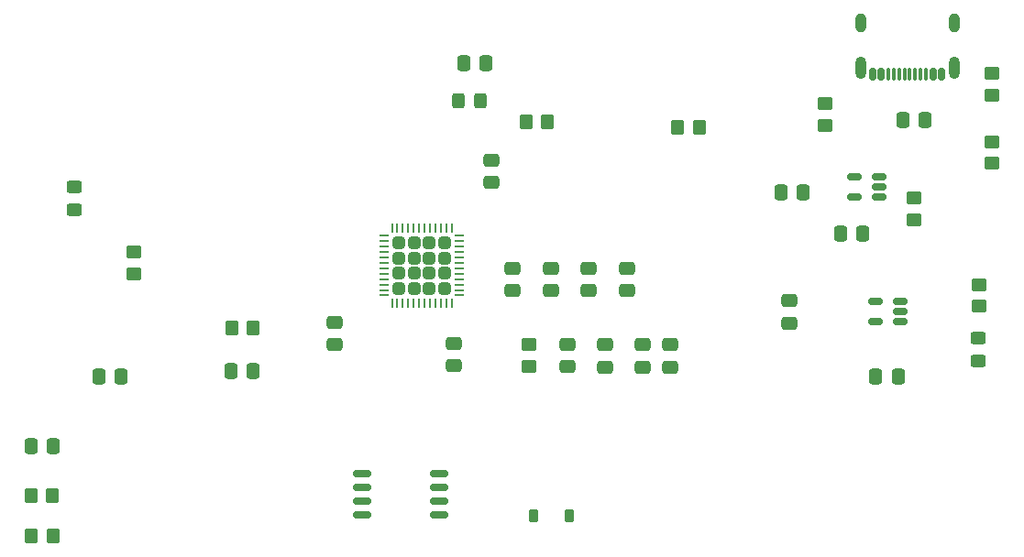
<source format=gbr>
%TF.GenerationSoftware,KiCad,Pcbnew,9.0.7-9.0.7~ubuntu24.04.1*%
%TF.CreationDate,2026-01-20T21:07:02+05:30*%
%TF.ProjectId,fpga_dev_board,66706761-5f64-4657-965f-626f6172642e,rev?*%
%TF.SameCoordinates,Original*%
%TF.FileFunction,Paste,Top*%
%TF.FilePolarity,Positive*%
%FSLAX46Y46*%
G04 Gerber Fmt 4.6, Leading zero omitted, Abs format (unit mm)*
G04 Created by KiCad (PCBNEW 9.0.7-9.0.7~ubuntu24.04.1) date 2026-01-20 21:07:02*
%MOMM*%
%LPD*%
G01*
G04 APERTURE LIST*
G04 Aperture macros list*
%AMRoundRect*
0 Rectangle with rounded corners*
0 $1 Rounding radius*
0 $2 $3 $4 $5 $6 $7 $8 $9 X,Y pos of 4 corners*
0 Add a 4 corners polygon primitive as box body*
4,1,4,$2,$3,$4,$5,$6,$7,$8,$9,$2,$3,0*
0 Add four circle primitives for the rounded corners*
1,1,$1+$1,$2,$3*
1,1,$1+$1,$4,$5*
1,1,$1+$1,$6,$7*
1,1,$1+$1,$8,$9*
0 Add four rect primitives between the rounded corners*
20,1,$1+$1,$2,$3,$4,$5,0*
20,1,$1+$1,$4,$5,$6,$7,0*
20,1,$1+$1,$6,$7,$8,$9,0*
20,1,$1+$1,$8,$9,$2,$3,0*%
G04 Aperture macros list end*
%ADD10RoundRect,0.250000X-0.350000X-0.450000X0.350000X-0.450000X0.350000X0.450000X-0.350000X0.450000X0*%
%ADD11RoundRect,0.250000X0.450000X-0.350000X0.450000X0.350000X-0.450000X0.350000X-0.450000X-0.350000X0*%
%ADD12RoundRect,0.250000X-0.450000X0.350000X-0.450000X-0.350000X0.450000X-0.350000X0.450000X0.350000X0*%
%ADD13RoundRect,0.250000X0.475000X-0.337500X0.475000X0.337500X-0.475000X0.337500X-0.475000X-0.337500X0*%
%ADD14RoundRect,0.250000X0.337500X0.475000X-0.337500X0.475000X-0.337500X-0.475000X0.337500X-0.475000X0*%
%ADD15RoundRect,0.250000X-0.337500X-0.475000X0.337500X-0.475000X0.337500X0.475000X-0.337500X0.475000X0*%
%ADD16RoundRect,0.250000X-0.475000X0.337500X-0.475000X-0.337500X0.475000X-0.337500X0.475000X0.337500X0*%
%ADD17RoundRect,0.250000X0.450000X-0.325000X0.450000X0.325000X-0.450000X0.325000X-0.450000X-0.325000X0*%
%ADD18RoundRect,0.162500X0.650000X0.162500X-0.650000X0.162500X-0.650000X-0.162500X0.650000X-0.162500X0*%
%ADD19RoundRect,0.250000X-0.325000X-0.450000X0.325000X-0.450000X0.325000X0.450000X-0.325000X0.450000X0*%
%ADD20RoundRect,0.225000X-0.225000X-0.375000X0.225000X-0.375000X0.225000X0.375000X-0.225000X0.375000X0*%
%ADD21RoundRect,0.150000X0.512500X0.150000X-0.512500X0.150000X-0.512500X-0.150000X0.512500X-0.150000X0*%
%ADD22RoundRect,0.250000X-0.450000X0.325000X-0.450000X-0.325000X0.450000X-0.325000X0.450000X0.325000X0*%
%ADD23RoundRect,0.150000X0.150000X0.425000X-0.150000X0.425000X-0.150000X-0.425000X0.150000X-0.425000X0*%
%ADD24RoundRect,0.075000X0.075000X0.500000X-0.075000X0.500000X-0.075000X-0.500000X0.075000X-0.500000X0*%
%ADD25O,1.000000X2.100000*%
%ADD26O,1.000000X1.800000*%
%ADD27RoundRect,0.250000X-0.315000X-0.315000X0.315000X-0.315000X0.315000X0.315000X-0.315000X0.315000X0*%
%ADD28RoundRect,0.062500X-0.375000X-0.062500X0.375000X-0.062500X0.375000X0.062500X-0.375000X0.062500X0*%
%ADD29RoundRect,0.062500X-0.062500X-0.375000X0.062500X-0.375000X0.062500X0.375000X-0.062500X0.375000X0*%
G04 APERTURE END LIST*
D10*
%TO.C,R9*%
X142500000Y-120500000D03*
X144500000Y-120500000D03*
%TD*%
%TO.C,R6*%
X124000000Y-139750000D03*
X126000000Y-139750000D03*
%TD*%
D11*
%TO.C,R5*%
X212751000Y-105287500D03*
X212751000Y-103287500D03*
%TD*%
%TO.C,R4*%
X212751000Y-99000000D03*
X212751000Y-97000000D03*
%TD*%
D10*
%TO.C,R3*%
X123962500Y-136000000D03*
X125962500Y-136000000D03*
%TD*%
D12*
%TO.C,R2*%
X197301000Y-99800000D03*
X197301000Y-101800000D03*
%TD*%
D13*
%TO.C,P2_C5*%
X194000000Y-120075000D03*
X194000000Y-118000000D03*
%TD*%
D14*
%TO.C,P2_C4*%
X204063500Y-125000000D03*
X201988500Y-125000000D03*
%TD*%
D12*
%TO.C,P1_R7*%
X205501000Y-108500000D03*
X205501000Y-110500000D03*
%TD*%
D14*
%TO.C,P1_C3*%
X195288500Y-108000000D03*
X193213500Y-108000000D03*
%TD*%
%TO.C,P1_C2*%
X206563500Y-101250000D03*
X204488500Y-101250000D03*
%TD*%
%TO.C,P1_C1*%
X200788500Y-111750000D03*
X198713500Y-111750000D03*
%TD*%
D12*
%TO.C,L_R13*%
X133500000Y-113500000D03*
X133500000Y-115500000D03*
%TD*%
D11*
%TO.C,L_R1*%
X211501000Y-118500000D03*
X211501000Y-116500000D03*
%TD*%
D15*
%TO.C,C11*%
X130212500Y-125000000D03*
X132287500Y-125000000D03*
%TD*%
D16*
%TO.C,C8*%
X163000000Y-121925000D03*
X163000000Y-124000000D03*
%TD*%
D15*
%TO.C,C7*%
X123962500Y-131400000D03*
X126037500Y-131400000D03*
%TD*%
D10*
%TO.C,B_R10*%
X169675000Y-101500000D03*
X171675000Y-101500000D03*
%TD*%
%TO.C,B_R6*%
X183675000Y-102000000D03*
X185675000Y-102000000D03*
%TD*%
D14*
%TO.C,B_C21*%
X144500000Y-124500000D03*
X142425000Y-124500000D03*
%TD*%
D15*
%TO.C,B_C20*%
X163937500Y-96000000D03*
X166012500Y-96000000D03*
%TD*%
D11*
%TO.C,@P_R14*%
X169962500Y-124075000D03*
X169962500Y-122075000D03*
%TD*%
D13*
%TO.C,@P_C19*%
X173500000Y-124075000D03*
X173500000Y-122000000D03*
%TD*%
D16*
%TO.C,@P_C18*%
X168470000Y-115000000D03*
X168470000Y-117075000D03*
%TD*%
%TO.C,@P_C17*%
X171980000Y-115000000D03*
X171980000Y-117075000D03*
%TD*%
%TO.C,@P_C16*%
X180500000Y-122075000D03*
X180500000Y-124150000D03*
%TD*%
%TO.C,@P_C15*%
X183000000Y-122075000D03*
X183000000Y-124150000D03*
%TD*%
%TO.C,@P_C14*%
X175490000Y-115000000D03*
X175490000Y-117075000D03*
%TD*%
%TO.C,@P_C13*%
X179000000Y-115000000D03*
X179000000Y-117075000D03*
%TD*%
D13*
%TO.C,@P_C9*%
X177000000Y-124150000D03*
X177000000Y-122075000D03*
%TD*%
%TO.C,@G2_C12*%
X166500000Y-107075000D03*
X166500000Y-105000000D03*
%TD*%
D16*
%TO.C,@G1_C6*%
X152000000Y-120000000D03*
X152000000Y-122075000D03*
%TD*%
D17*
%TO.C,D5*%
X211476000Y-123525000D03*
X211476000Y-121475000D03*
%TD*%
D18*
%TO.C,U4*%
X161687500Y-137790000D03*
X161687500Y-136520000D03*
X161687500Y-135250000D03*
X161687500Y-133980000D03*
X154512500Y-133980000D03*
X154512500Y-135250000D03*
X154512500Y-136520000D03*
X154512500Y-137790000D03*
%TD*%
D19*
%TO.C,D1*%
X163450000Y-99500000D03*
X165500000Y-99500000D03*
%TD*%
D20*
%TO.C,D4*%
X170400000Y-137850000D03*
X173700000Y-137850000D03*
%TD*%
D21*
%TO.C,U3*%
X204275000Y-119950000D03*
X204275000Y-119000000D03*
X204275000Y-118050000D03*
X202000000Y-118050000D03*
X202000000Y-119950000D03*
%TD*%
D22*
%TO.C,D3*%
X128000000Y-109550000D03*
X128000000Y-107500000D03*
%TD*%
D23*
%TO.C,J1*%
X208091000Y-97075000D03*
X207291000Y-97075000D03*
D24*
X206141000Y-97075000D03*
X205141000Y-97075000D03*
X204641000Y-97075000D03*
X203641000Y-97075000D03*
D23*
X202491000Y-97075000D03*
X201691000Y-97075000D03*
X201691000Y-97075000D03*
X202491000Y-97075000D03*
D24*
X203141000Y-97075000D03*
X204141000Y-97075000D03*
X205641000Y-97075000D03*
X206641000Y-97075000D03*
D23*
X207291000Y-97075000D03*
X208091000Y-97075000D03*
D25*
X209211000Y-96500000D03*
D26*
X209211000Y-92320000D03*
D25*
X200571000Y-96500000D03*
D26*
X200571000Y-92320000D03*
%TD*%
D27*
%TO.C,U1*%
X157962500Y-112650000D03*
X157962500Y-114050000D03*
X157962500Y-115450000D03*
X157962500Y-116850000D03*
X159362500Y-112650000D03*
X159362500Y-114050000D03*
X159362500Y-115450000D03*
X159362500Y-116850000D03*
X160762500Y-112650000D03*
X160762500Y-114050000D03*
X160762500Y-115450000D03*
X160762500Y-116850000D03*
X162162500Y-112650000D03*
X162162500Y-114050000D03*
X162162500Y-115450000D03*
X162162500Y-116850000D03*
D28*
X156625000Y-112000000D03*
X156625000Y-112500000D03*
X156625000Y-113000000D03*
X156625000Y-113500000D03*
X156625000Y-114000000D03*
X156625000Y-114500000D03*
X156625000Y-115000000D03*
X156625000Y-115500000D03*
X156625000Y-116000000D03*
X156625000Y-116500000D03*
X156625000Y-117000000D03*
X156625000Y-117500000D03*
D29*
X157312500Y-118187500D03*
X157812500Y-118187500D03*
X158312500Y-118187500D03*
X158812500Y-118187500D03*
X159312500Y-118187500D03*
X159812500Y-118187500D03*
X160312500Y-118187500D03*
X160812500Y-118187500D03*
X161312500Y-118187500D03*
X161812500Y-118187500D03*
X162312500Y-118187500D03*
X162812500Y-118187500D03*
D28*
X163500000Y-117500000D03*
X163500000Y-117000000D03*
X163500000Y-116500000D03*
X163500000Y-116000000D03*
X163500000Y-115500000D03*
X163500000Y-115000000D03*
X163500000Y-114500000D03*
X163500000Y-114000000D03*
X163500000Y-113500000D03*
X163500000Y-113000000D03*
X163500000Y-112500000D03*
X163500000Y-112000000D03*
D29*
X162812500Y-111312500D03*
X162312500Y-111312500D03*
X161812500Y-111312500D03*
X161312500Y-111312500D03*
X160812500Y-111312500D03*
X160312500Y-111312500D03*
X159812500Y-111312500D03*
X159312500Y-111312500D03*
X158812500Y-111312500D03*
X158312500Y-111312500D03*
X157812500Y-111312500D03*
X157312500Y-111312500D03*
%TD*%
D21*
%TO.C,U2*%
X202275000Y-108400000D03*
X202275000Y-107450000D03*
X202275000Y-106500000D03*
X200000000Y-106500000D03*
X200000000Y-108400000D03*
%TD*%
M02*

</source>
